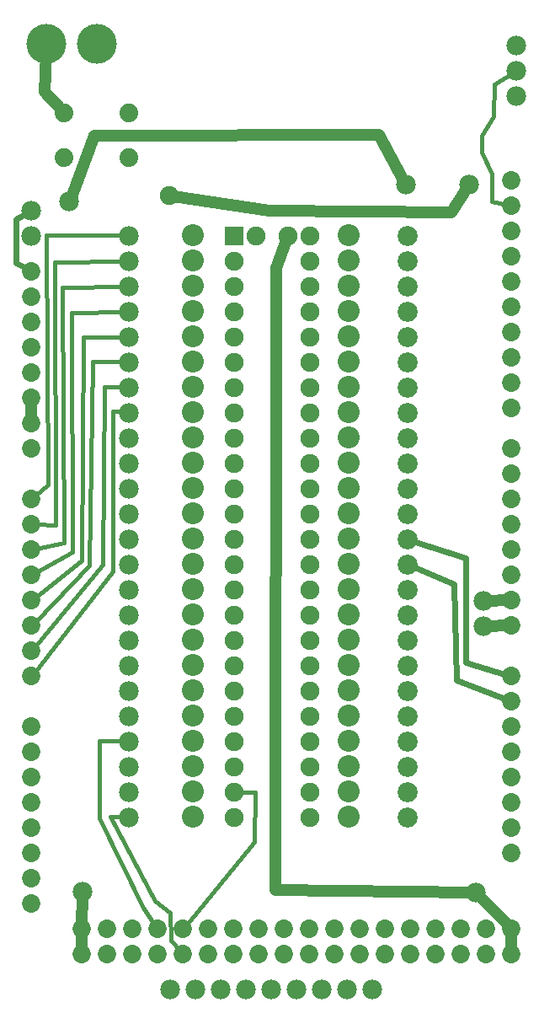
<source format=gbl>
G04 MADE WITH FRITZING*
G04 WWW.FRITZING.ORG*
G04 DOUBLE SIDED*
G04 HOLES PLATED*
G04 CONTOUR ON CENTER OF CONTOUR VECTOR*
%ASAXBY*%
%FSLAX23Y23*%
%MOIN*%
%OFA0B0*%
%SFA1.0B1.0*%
%ADD10C,0.075000*%
%ADD11C,0.072917*%
%ADD12C,0.078000*%
%ADD13C,0.079370*%
%ADD14C,0.087244*%
%ADD15C,0.157480*%
%ADD16C,0.074000*%
%ADD17C,0.075433*%
%ADD18R,0.075000X0.075000*%
%ADD19C,0.016000*%
%ADD20C,0.024000*%
%ADD21C,0.048000*%
%LNCOPPER0*%
G90*
G70*
G54D10*
X906Y3052D03*
X1206Y3052D03*
X906Y2952D03*
X1206Y2952D03*
X906Y2852D03*
X1206Y2852D03*
X906Y2752D03*
X1206Y2752D03*
X906Y2652D03*
X1206Y2652D03*
X906Y2552D03*
X1206Y2552D03*
X906Y2452D03*
X1206Y2452D03*
X906Y2352D03*
X1206Y2352D03*
X906Y2252D03*
X1206Y2252D03*
X906Y2152D03*
X1206Y2152D03*
X906Y2052D03*
X1206Y2052D03*
X906Y1952D03*
X1206Y1952D03*
X906Y1852D03*
X1206Y1852D03*
X906Y1752D03*
X1206Y1752D03*
X906Y1652D03*
X1206Y1652D03*
X906Y1552D03*
X1206Y1552D03*
X906Y1452D03*
X1206Y1452D03*
X906Y1352D03*
X1206Y1352D03*
X906Y1252D03*
X1206Y1252D03*
X906Y1152D03*
X1206Y1152D03*
X906Y1052D03*
X1206Y1052D03*
X906Y952D03*
X1206Y952D03*
X906Y852D03*
X1206Y852D03*
X906Y752D03*
X1206Y752D03*
G54D11*
X103Y1011D03*
X103Y2611D03*
X103Y911D03*
X103Y811D03*
X103Y711D03*
X103Y611D03*
X1503Y311D03*
X103Y511D03*
X103Y411D03*
X2003Y2571D03*
X103Y2011D03*
X103Y1911D03*
X103Y1811D03*
X103Y1711D03*
X703Y311D03*
X103Y1611D03*
X103Y1511D03*
X103Y1411D03*
X103Y1311D03*
X2003Y1811D03*
X1903Y311D03*
X1103Y311D03*
X303Y311D03*
X2003Y2971D03*
X103Y2211D03*
X2003Y2211D03*
X1703Y311D03*
X1303Y311D03*
X903Y311D03*
X2003Y611D03*
X503Y311D03*
X2003Y711D03*
X2003Y811D03*
X2003Y911D03*
X2003Y1011D03*
X2003Y1111D03*
X2003Y1211D03*
X2003Y1311D03*
X2003Y3171D03*
X2003Y2771D03*
X2003Y2371D03*
X103Y2811D03*
X103Y2411D03*
X2003Y1611D03*
X2003Y2011D03*
X2003Y311D03*
X1803Y311D03*
X1603Y311D03*
X1403Y311D03*
X1203Y311D03*
X1003Y311D03*
X803Y311D03*
X603Y311D03*
X403Y311D03*
X2003Y3271D03*
X2003Y3071D03*
X2003Y2871D03*
X2003Y2671D03*
X2003Y2471D03*
X103Y2911D03*
X103Y2711D03*
X103Y2511D03*
X103Y2311D03*
X2003Y1511D03*
X2003Y1711D03*
X2003Y1911D03*
X2003Y2111D03*
X2003Y211D03*
X1903Y211D03*
X1803Y211D03*
X1703Y211D03*
X1603Y211D03*
X1503Y211D03*
X1403Y211D03*
X1303Y211D03*
X1203Y211D03*
X1103Y211D03*
X1003Y211D03*
X903Y211D03*
X803Y211D03*
X703Y211D03*
X603Y211D03*
X503Y211D03*
X403Y211D03*
X303Y211D03*
X103Y1111D03*
G54D12*
X489Y3053D03*
X489Y2953D03*
X489Y2853D03*
X489Y2753D03*
X489Y2653D03*
X489Y2553D03*
X489Y2453D03*
X489Y2353D03*
X489Y2253D03*
X489Y2153D03*
X489Y2053D03*
X489Y1953D03*
X489Y1853D03*
X489Y1753D03*
X489Y1653D03*
X489Y1553D03*
X489Y1453D03*
X489Y1353D03*
X489Y1253D03*
X489Y1153D03*
X489Y1053D03*
X489Y953D03*
X489Y853D03*
X489Y753D03*
G54D13*
X1591Y3053D03*
X1591Y2953D03*
X1591Y2853D03*
X1591Y2753D03*
X1591Y2653D03*
X1591Y2553D03*
X1591Y2453D03*
X1591Y2353D03*
X1591Y2253D03*
X1591Y2153D03*
X1591Y2053D03*
X1591Y1953D03*
X1591Y1853D03*
X1591Y1753D03*
X1591Y1653D03*
X1591Y1553D03*
X1591Y1453D03*
X1591Y1353D03*
X1591Y1253D03*
X1591Y1153D03*
X1591Y1053D03*
X1591Y953D03*
X1591Y853D03*
X1591Y753D03*
G54D14*
X741Y3054D03*
X741Y2954D03*
X741Y2854D03*
X741Y2754D03*
X741Y2654D03*
X741Y2554D03*
X741Y2454D03*
X741Y2354D03*
X741Y2254D03*
X741Y2154D03*
X741Y2054D03*
X741Y1954D03*
X741Y1854D03*
X741Y1754D03*
X741Y1654D03*
X741Y1554D03*
X741Y1454D03*
X741Y1354D03*
X741Y1254D03*
X741Y1154D03*
X741Y1054D03*
X741Y954D03*
X741Y854D03*
X741Y754D03*
X1359Y3054D03*
X1359Y2954D03*
X1359Y2854D03*
X1359Y2754D03*
X1359Y2654D03*
X1359Y2554D03*
X1359Y2454D03*
X1359Y2354D03*
X1359Y2254D03*
X1359Y2154D03*
X1359Y2054D03*
X1359Y1954D03*
X1359Y1854D03*
X1359Y1754D03*
X1359Y1654D03*
X1359Y1554D03*
X1359Y1454D03*
X1359Y1354D03*
X1359Y1254D03*
X1359Y1154D03*
X1359Y1054D03*
X1359Y954D03*
X1359Y854D03*
X1359Y754D03*
G54D12*
X1863Y457D03*
X304Y458D03*
X1836Y3256D03*
X253Y3189D03*
G54D15*
X162Y3811D03*
X363Y3811D03*
G54D12*
X1891Y1610D03*
X1891Y1510D03*
X1450Y71D03*
X1350Y71D03*
X1250Y71D03*
X1150Y71D03*
X1050Y71D03*
X950Y71D03*
X850Y71D03*
X750Y71D03*
X650Y71D03*
X103Y3153D03*
X103Y3053D03*
X2021Y3807D03*
X2021Y3707D03*
X2021Y3607D03*
G54D16*
X233Y3539D03*
X489Y3539D03*
X233Y3361D03*
X489Y3361D03*
G54D12*
X1584Y3256D03*
G54D17*
X648Y3212D03*
X1119Y3051D03*
X993Y3051D03*
G54D18*
X906Y3052D03*
G54D19*
X163Y3055D02*
X167Y2070D01*
D02*
X167Y2070D02*
X117Y2024D01*
D02*
X470Y3054D02*
X163Y3055D01*
D02*
X198Y1909D02*
X122Y1911D01*
D02*
X195Y2948D02*
X198Y1909D01*
D02*
X470Y2953D02*
X195Y2948D01*
D02*
X226Y2850D02*
X230Y1839D01*
D02*
X230Y1839D02*
X122Y1815D01*
D02*
X470Y2853D02*
X226Y2850D01*
D02*
X265Y1803D02*
X120Y1721D01*
D02*
X261Y2748D02*
X265Y1803D01*
D02*
X470Y2753D02*
X261Y2748D01*
D02*
X300Y1768D02*
X118Y1623D01*
D02*
X470Y2653D02*
X308Y2653D01*
D02*
X308Y2653D02*
X300Y1768D01*
D02*
X332Y1748D02*
X346Y2555D01*
D02*
X117Y1525D02*
X332Y1748D01*
D02*
X346Y2555D02*
X470Y2554D01*
D02*
X384Y1752D02*
X391Y2457D01*
D02*
X391Y2457D02*
X470Y2454D01*
D02*
X115Y1426D02*
X384Y1752D01*
D02*
X426Y1724D02*
X115Y1326D01*
D02*
X470Y2355D02*
X426Y2359D01*
D02*
X426Y2359D02*
X426Y1724D01*
D02*
X371Y748D02*
X544Y397D01*
D02*
X544Y397D02*
X592Y327D01*
D02*
X371Y1055D02*
X371Y748D01*
D02*
X470Y1054D02*
X371Y1055D01*
D02*
X591Y422D02*
X651Y374D01*
D02*
X651Y374D02*
X654Y264D01*
D02*
X470Y754D02*
X415Y756D01*
D02*
X415Y756D02*
X591Y422D01*
D02*
X654Y264D02*
X690Y225D01*
D02*
X989Y853D02*
X985Y657D01*
D02*
X923Y852D02*
X989Y853D01*
D02*
X985Y657D02*
X715Y326D01*
G54D20*
D02*
X1821Y1366D02*
X1821Y1779D01*
D02*
X1821Y1779D02*
X1610Y1847D01*
D02*
X1985Y1317D02*
X1821Y1366D01*
D02*
X1784Y1296D02*
X1776Y1677D01*
D02*
X1986Y1218D02*
X1784Y1296D01*
D02*
X1776Y1677D02*
X1610Y1746D01*
G54D19*
D02*
X1930Y3524D02*
X1884Y3448D01*
D02*
X1884Y3381D02*
X1926Y3300D01*
D02*
X1926Y3300D02*
X1926Y3189D01*
D02*
X1884Y3448D02*
X1884Y3381D01*
D02*
X1926Y3189D02*
X1985Y3175D01*
D02*
X1934Y3653D02*
X1930Y3524D01*
D02*
X2004Y3697D02*
X1934Y3653D01*
G54D20*
D02*
X41Y3119D02*
X43Y2946D01*
D02*
X43Y2946D02*
X87Y2921D01*
D02*
X87Y3144D02*
X41Y3119D01*
G54D21*
D02*
X155Y3623D02*
X219Y3554D01*
D02*
X161Y3772D02*
X155Y3623D01*
D02*
X1478Y3453D02*
X1575Y3273D01*
D02*
X352Y3448D02*
X1478Y3453D01*
D02*
X260Y3207D02*
X352Y3448D01*
D02*
X1765Y3146D02*
X1825Y3240D01*
D02*
X1045Y3153D02*
X1765Y3146D01*
D02*
X665Y3210D02*
X1045Y3153D01*
D02*
X1844Y457D02*
X1069Y465D01*
D02*
X1072Y2926D02*
X1113Y3035D01*
D02*
X1069Y465D02*
X1072Y2926D01*
D02*
X1984Y1611D02*
X1910Y1610D01*
D02*
X1984Y1511D02*
X1910Y1510D01*
D02*
X103Y2330D02*
X103Y2392D01*
D02*
X303Y330D02*
X304Y439D01*
D02*
X303Y230D02*
X303Y292D01*
D02*
X2003Y230D02*
X2003Y292D01*
D02*
X1876Y443D02*
X1990Y325D01*
G04 End of Copper0*
M02*
</source>
